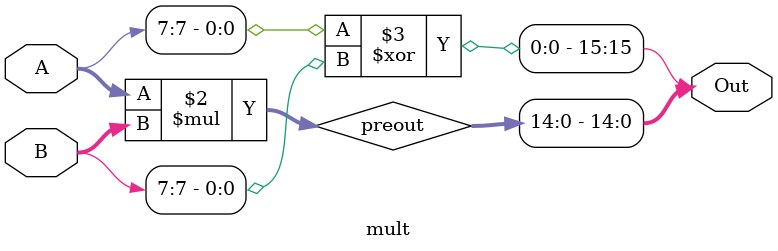
<source format=sv>
`timescale 1ns / 1ps


module mult(
    input logic[7:0]    A,B,
    output logic[15:0]  Out
    );
    // logic[2:0] Fila1,Fila2,Columna1,Columna2;
    // logic[1:0] Fila3,Columna3;
    // logic[5:0] M1,M2,M4,M5;
    // logic[4:0] M3,M6,M7,M8;
    // logic[3:0] M9;
    // assign Fila1    = A[2:0];
    // assign Fila2    = A[5:3];
    // assign Fila3    = A[7:6];
    // assign Columna1 = B[2:0];
    // assign Columna2 = B[5:3];
    // assign Columna3 = B[7:6];
    logic [14:0]preout;   
    always_comb begin
        preout=A*B;
    end
    assign Out[14:0]={0,preout[14:0]};
    assign Out[15]=A[7]^B[7];
endmodule
</source>
